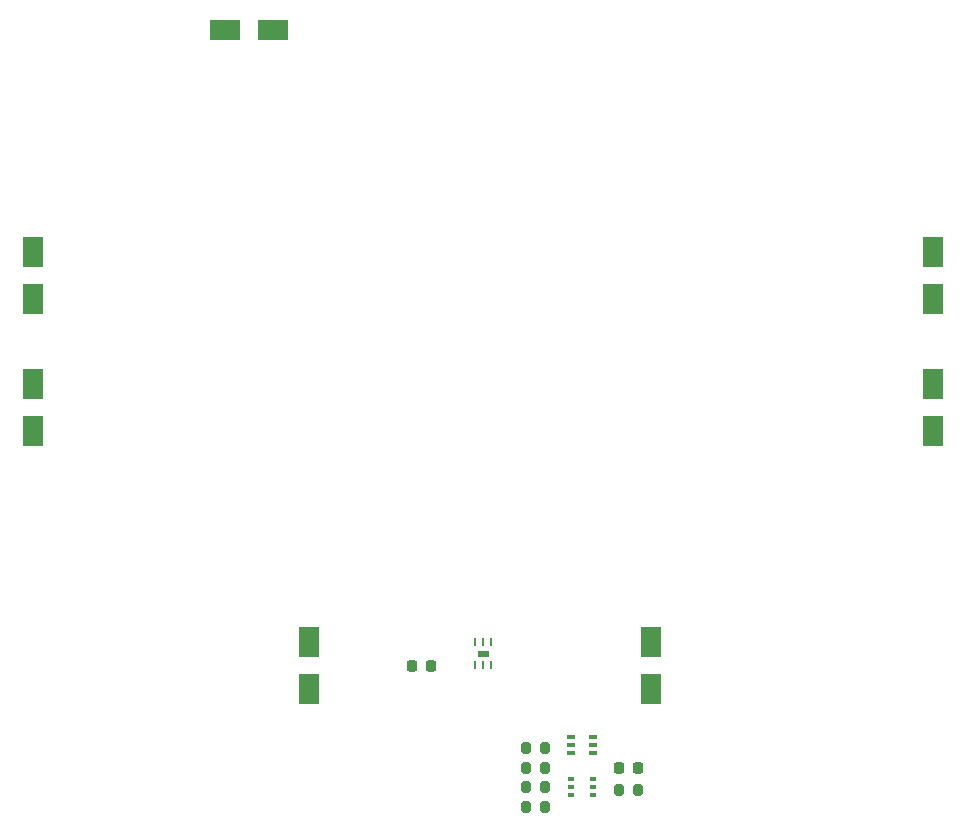
<source format=gtp>
%TF.GenerationSoftware,KiCad,Pcbnew,(6.0.5)*%
%TF.CreationDate,2022-07-09T16:35:03-07:00*%
%TF.ProjectId,solar-panel-side-X-plus,736f6c61-722d-4706-916e-656c2d736964,rev?*%
%TF.SameCoordinates,Original*%
%TF.FileFunction,Paste,Top*%
%TF.FilePolarity,Positive*%
%FSLAX46Y46*%
G04 Gerber Fmt 4.6, Leading zero omitted, Abs format (unit mm)*
G04 Created by KiCad (PCBNEW (6.0.5)) date 2022-07-09 16:35:03*
%MOMM*%
%LPD*%
G01*
G04 APERTURE LIST*
G04 Aperture macros list*
%AMRoundRect*
0 Rectangle with rounded corners*
0 $1 Rounding radius*
0 $2 $3 $4 $5 $6 $7 $8 $9 X,Y pos of 4 corners*
0 Add a 4 corners polygon primitive as box body*
4,1,4,$2,$3,$4,$5,$6,$7,$8,$9,$2,$3,0*
0 Add four circle primitives for the rounded corners*
1,1,$1+$1,$2,$3*
1,1,$1+$1,$4,$5*
1,1,$1+$1,$6,$7*
1,1,$1+$1,$8,$9*
0 Add four rect primitives between the rounded corners*
20,1,$1+$1,$2,$3,$4,$5,0*
20,1,$1+$1,$4,$5,$6,$7,0*
20,1,$1+$1,$6,$7,$8,$9,0*
20,1,$1+$1,$8,$9,$2,$3,0*%
G04 Aperture macros list end*
%ADD10C,0.010000*%
%ADD11R,1.700000X2.500000*%
%ADD12R,2.500000X1.700000*%
%ADD13R,0.270000X0.740000*%
%ADD14RoundRect,0.200000X0.200000X0.275000X-0.200000X0.275000X-0.200000X-0.275000X0.200000X-0.275000X0*%
%ADD15RoundRect,0.200000X-0.200000X-0.275000X0.200000X-0.275000X0.200000X0.275000X-0.200000X0.275000X0*%
%ADD16R,0.600000X0.400000*%
%ADD17R,0.650000X0.400000*%
%ADD18RoundRect,0.225000X-0.225000X-0.250000X0.225000X-0.250000X0.225000X0.250000X-0.225000X0.250000X0*%
%ADD19RoundRect,0.225000X0.225000X0.250000X-0.225000X0.250000X-0.225000X-0.250000X0.225000X-0.250000X0*%
G04 APERTURE END LIST*
G36*
X139114000Y-101810000D02*
G01*
X138254000Y-101810000D01*
X138254000Y-101390000D01*
X139114000Y-101390000D01*
X139114000Y-101810000D01*
G37*
D10*
X139114000Y-101810000D02*
X138254000Y-101810000D01*
X138254000Y-101390000D01*
X139114000Y-101390000D01*
X139114000Y-101810000D01*
D11*
X100584000Y-82772000D03*
X100584000Y-78772000D03*
X176784000Y-67596000D03*
X176784000Y-71596000D03*
X123952000Y-100616000D03*
X123952000Y-104616000D03*
D12*
X120872000Y-48768000D03*
X116872000Y-48768000D03*
D11*
X176784000Y-78772000D03*
X176784000Y-82772000D03*
X100584000Y-71596000D03*
X100584000Y-67596000D03*
X152908000Y-104616000D03*
X152908000Y-100616000D03*
D13*
X138034000Y-102595000D03*
X138684000Y-102595000D03*
X139334000Y-102595000D03*
X139334000Y-100605000D03*
X138684000Y-100605000D03*
X138034000Y-100605000D03*
D14*
X151828000Y-113157000D03*
X150178000Y-113157000D03*
D15*
X142304000Y-112903000D03*
X143954000Y-112903000D03*
D14*
X143954000Y-109601000D03*
X142304000Y-109601000D03*
D15*
X142304000Y-114554000D03*
X143954000Y-114554000D03*
X142304000Y-111252000D03*
X143954000Y-111252000D03*
D16*
X146116000Y-112253000D03*
X146116000Y-112903000D03*
X146116000Y-113553000D03*
X148016000Y-113553000D03*
X148016000Y-112903000D03*
X148016000Y-112253000D03*
D17*
X146116000Y-108697000D03*
X146116000Y-109347000D03*
X146116000Y-109997000D03*
X148016000Y-109997000D03*
X148016000Y-109347000D03*
X148016000Y-108697000D03*
D18*
X150228000Y-111252000D03*
X151778000Y-111252000D03*
D19*
X134252000Y-102616000D03*
X132702000Y-102616000D03*
M02*

</source>
